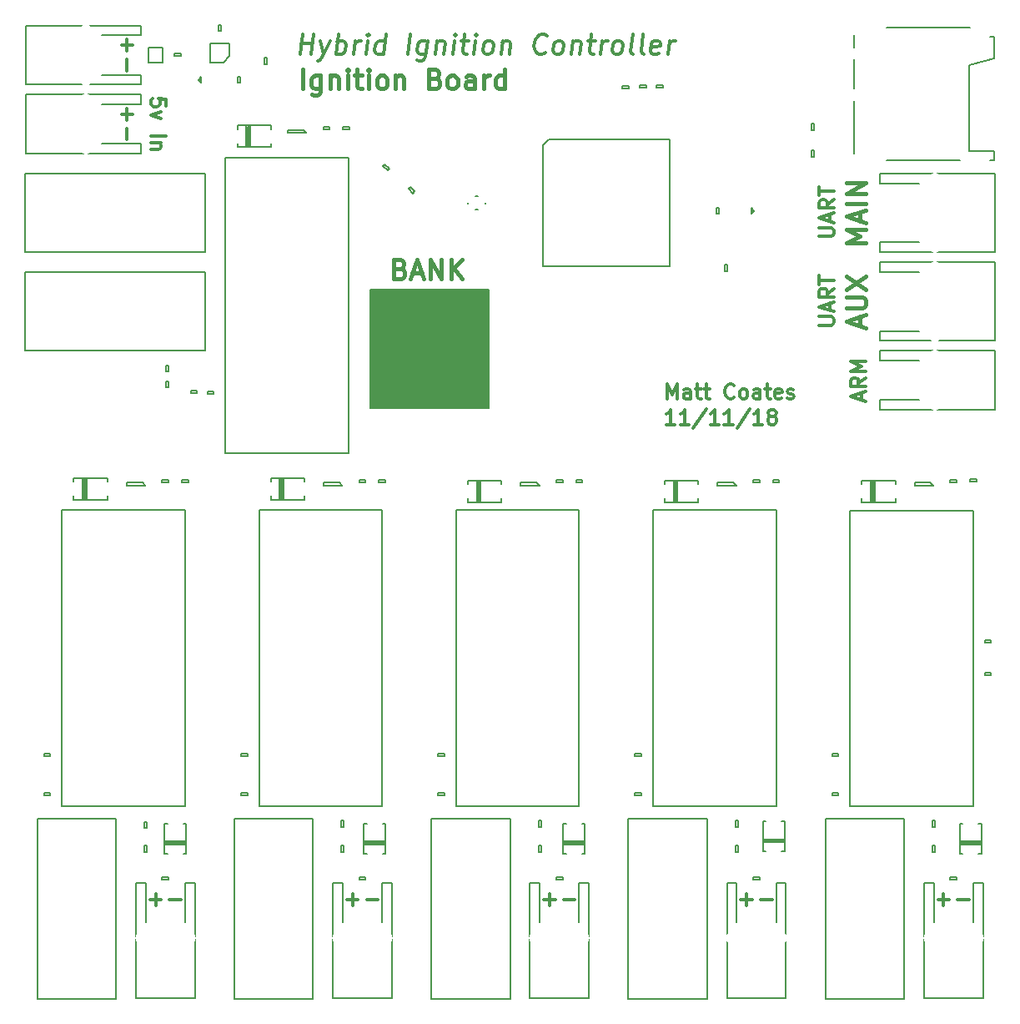
<source format=gbr>
G04 #@! TF.GenerationSoftware,KiCad,Pcbnew,5.0.1-33cea8e~68~ubuntu18.04.1*
G04 #@! TF.CreationDate,2018-11-12T15:12:41+00:00*
G04 #@! TF.ProjectId,ignition,69676E6974696F6E2E6B696361645F70,rev?*
G04 #@! TF.SameCoordinates,Original*
G04 #@! TF.FileFunction,Legend,Top*
G04 #@! TF.FilePolarity,Positive*
%FSLAX46Y46*%
G04 Gerber Fmt 4.6, Leading zero omitted, Abs format (unit mm)*
G04 Created by KiCad (PCBNEW 5.0.1-33cea8e~68~ubuntu18.04.1) date Mon 12 Nov 2018 15:12:41 GMT*
%MOMM*%
%LPD*%
G01*
G04 APERTURE LIST*
%ADD10C,0.150000*%
%ADD11C,0.400000*%
%ADD12C,0.300000*%
%ADD13C,1.200000*%
%ADD14C,1.600000*%
%ADD15C,2.500000*%
%ADD16C,3.048000*%
%ADD17R,1.800000X1.150000*%
%ADD18R,0.900000X0.750000*%
%ADD19R,0.750000X0.900000*%
%ADD20R,0.620000X0.620000*%
%ADD21R,0.910000X1.220000*%
%ADD22R,1.200000X1.200000*%
%ADD23R,0.950000X1.000000*%
%ADD24R,1.450000X0.450000*%
%ADD25R,1.500000X0.300000*%
%ADD26R,0.300000X1.500000*%
%ADD27C,3.000000*%
%ADD28C,0.787000*%
%ADD29C,1.000000*%
%ADD30R,0.600000X1.000000*%
%ADD31R,1.000000X0.950000*%
%ADD32C,0.950000*%
%ADD33C,0.100000*%
%ADD34R,1.100000X0.700000*%
%ADD35R,1.830000X1.140000*%
%ADD36R,2.800000X0.860000*%
%ADD37R,3.330000X0.700000*%
%ADD38R,0.930000X0.900000*%
%ADD39R,0.780000X1.050000*%
%ADD40C,6.300000*%
%ADD41C,0.600000*%
%ADD42R,0.950000X0.850000*%
G04 APERTURE END LIST*
D10*
G36*
X55800000Y-47800000D02*
X67800000Y-47800000D01*
X67800000Y-59800000D01*
X55800000Y-59800000D01*
X55800000Y-47800000D01*
G37*
X55800000Y-47800000D02*
X67800000Y-47800000D01*
X67800000Y-59800000D01*
X55800000Y-59800000D01*
X55800000Y-47800000D01*
D11*
X58838095Y-45657142D02*
X59123809Y-45752380D01*
X59219047Y-45847619D01*
X59314285Y-46038095D01*
X59314285Y-46323809D01*
X59219047Y-46514285D01*
X59123809Y-46609523D01*
X58933333Y-46704761D01*
X58171428Y-46704761D01*
X58171428Y-44704761D01*
X58838095Y-44704761D01*
X59028571Y-44800000D01*
X59123809Y-44895238D01*
X59219047Y-45085714D01*
X59219047Y-45276190D01*
X59123809Y-45466666D01*
X59028571Y-45561904D01*
X58838095Y-45657142D01*
X58171428Y-45657142D01*
X60076190Y-46133333D02*
X61028571Y-46133333D01*
X59885714Y-46704761D02*
X60552380Y-44704761D01*
X61219047Y-46704761D01*
X61885714Y-46704761D02*
X61885714Y-44704761D01*
X63028571Y-46704761D01*
X63028571Y-44704761D01*
X63980952Y-46704761D02*
X63980952Y-44704761D01*
X65123809Y-46704761D02*
X64266666Y-45561904D01*
X65123809Y-44704761D02*
X63980952Y-45847619D01*
D12*
X116571428Y-109692857D02*
X115428571Y-109692857D01*
X114571428Y-109692857D02*
X113428571Y-109692857D01*
X114000000Y-109121428D02*
X114000000Y-110264285D01*
X94571428Y-109692857D02*
X93428571Y-109692857D01*
X94000000Y-109121428D02*
X94000000Y-110264285D01*
X96571428Y-109692857D02*
X95428571Y-109692857D01*
X74571428Y-109692857D02*
X73428571Y-109692857D01*
X74000000Y-109121428D02*
X74000000Y-110264285D01*
X76571428Y-109692857D02*
X75428571Y-109692857D01*
X56571428Y-109692857D02*
X55428571Y-109692857D01*
X54571428Y-109692857D02*
X53428571Y-109692857D01*
X54000000Y-109121428D02*
X54000000Y-110264285D01*
X34571428Y-109692857D02*
X33428571Y-109692857D01*
X34000000Y-109121428D02*
X34000000Y-110264285D01*
X36571428Y-109692857D02*
X35428571Y-109692857D01*
X31107142Y-23571428D02*
X31107142Y-22428571D01*
X31678571Y-23000000D02*
X30535714Y-23000000D01*
X31107142Y-25571428D02*
X31107142Y-24428571D01*
X31107142Y-32571428D02*
X31107142Y-31428571D01*
X31107142Y-30571428D02*
X31107142Y-29428571D01*
X31678571Y-30000000D02*
X30535714Y-30000000D01*
X35021428Y-29178571D02*
X35021428Y-28464285D01*
X34307142Y-28392857D01*
X34378571Y-28464285D01*
X34450000Y-28607142D01*
X34450000Y-28964285D01*
X34378571Y-29107142D01*
X34307142Y-29178571D01*
X34164285Y-29250000D01*
X33807142Y-29250000D01*
X33664285Y-29178571D01*
X33592857Y-29107142D01*
X33521428Y-28964285D01*
X33521428Y-28607142D01*
X33592857Y-28464285D01*
X33664285Y-28392857D01*
X34521428Y-29750000D02*
X33521428Y-30107142D01*
X34521428Y-30464285D01*
X33521428Y-32178571D02*
X35021428Y-32178571D01*
X34521428Y-32892857D02*
X33521428Y-32892857D01*
X34378571Y-32892857D02*
X34450000Y-32964285D01*
X34521428Y-33107142D01*
X34521428Y-33321428D01*
X34450000Y-33464285D01*
X34307142Y-33535714D01*
X33521428Y-33535714D01*
X105650000Y-58964285D02*
X105650000Y-58250000D01*
X106078571Y-59107142D02*
X104578571Y-58607142D01*
X106078571Y-58107142D01*
X106078571Y-56750000D02*
X105364285Y-57250000D01*
X106078571Y-57607142D02*
X104578571Y-57607142D01*
X104578571Y-57035714D01*
X104650000Y-56892857D01*
X104721428Y-56821428D01*
X104864285Y-56750000D01*
X105078571Y-56750000D01*
X105221428Y-56821428D01*
X105292857Y-56892857D01*
X105364285Y-57035714D01*
X105364285Y-57607142D01*
X106078571Y-56107142D02*
X104578571Y-56107142D01*
X105650000Y-55607142D01*
X104578571Y-55107142D01*
X106078571Y-55107142D01*
D11*
X105533333Y-51476190D02*
X105533333Y-50523809D01*
X106104761Y-51666666D02*
X104104761Y-51000000D01*
X106104761Y-50333333D01*
X104104761Y-49666666D02*
X105723809Y-49666666D01*
X105914285Y-49571428D01*
X106009523Y-49476190D01*
X106104761Y-49285714D01*
X106104761Y-48904761D01*
X106009523Y-48714285D01*
X105914285Y-48619047D01*
X105723809Y-48523809D01*
X104104761Y-48523809D01*
X104104761Y-47761904D02*
X106104761Y-46428571D01*
X104104761Y-46428571D02*
X106104761Y-47761904D01*
D12*
X101378571Y-51392857D02*
X102592857Y-51392857D01*
X102735714Y-51321428D01*
X102807142Y-51250000D01*
X102878571Y-51107142D01*
X102878571Y-50821428D01*
X102807142Y-50678571D01*
X102735714Y-50607142D01*
X102592857Y-50535714D01*
X101378571Y-50535714D01*
X102450000Y-49892857D02*
X102450000Y-49178571D01*
X102878571Y-50035714D02*
X101378571Y-49535714D01*
X102878571Y-49035714D01*
X102878571Y-47678571D02*
X102164285Y-48178571D01*
X102878571Y-48535714D02*
X101378571Y-48535714D01*
X101378571Y-47964285D01*
X101450000Y-47821428D01*
X101521428Y-47750000D01*
X101664285Y-47678571D01*
X101878571Y-47678571D01*
X102021428Y-47750000D01*
X102092857Y-47821428D01*
X102164285Y-47964285D01*
X102164285Y-48535714D01*
X101378571Y-47250000D02*
X101378571Y-46392857D01*
X102878571Y-46821428D02*
X101378571Y-46821428D01*
D11*
X106104761Y-43047619D02*
X104104761Y-43047619D01*
X105533333Y-42380952D01*
X104104761Y-41714285D01*
X106104761Y-41714285D01*
X105533333Y-40857142D02*
X105533333Y-39904761D01*
X106104761Y-41047619D02*
X104104761Y-40380952D01*
X106104761Y-39714285D01*
X106104761Y-39047619D02*
X104104761Y-39047619D01*
X106104761Y-38095238D02*
X104104761Y-38095238D01*
X106104761Y-36952380D01*
X104104761Y-36952380D01*
D12*
X101378571Y-42392857D02*
X102592857Y-42392857D01*
X102735714Y-42321428D01*
X102807142Y-42250000D01*
X102878571Y-42107142D01*
X102878571Y-41821428D01*
X102807142Y-41678571D01*
X102735714Y-41607142D01*
X102592857Y-41535714D01*
X101378571Y-41535714D01*
X102450000Y-40892857D02*
X102450000Y-40178571D01*
X102878571Y-41035714D02*
X101378571Y-40535714D01*
X102878571Y-40035714D01*
X102878571Y-38678571D02*
X102164285Y-39178571D01*
X102878571Y-39535714D02*
X101378571Y-39535714D01*
X101378571Y-38964285D01*
X101450000Y-38821428D01*
X101521428Y-38750000D01*
X101664285Y-38678571D01*
X101878571Y-38678571D01*
X102021428Y-38750000D01*
X102092857Y-38821428D01*
X102164285Y-38964285D01*
X102164285Y-39535714D01*
X101378571Y-38250000D02*
X101378571Y-37392857D01*
X102878571Y-37821428D02*
X101378571Y-37821428D01*
X86737857Y-61478571D02*
X85880714Y-61478571D01*
X86309285Y-61478571D02*
X86309285Y-59978571D01*
X86166428Y-60192857D01*
X86023571Y-60335714D01*
X85880714Y-60407142D01*
X88166428Y-61478571D02*
X87309285Y-61478571D01*
X87737857Y-61478571D02*
X87737857Y-59978571D01*
X87595000Y-60192857D01*
X87452142Y-60335714D01*
X87309285Y-60407142D01*
X89880714Y-59907142D02*
X88595000Y-61835714D01*
X91166428Y-61478571D02*
X90309285Y-61478571D01*
X90737857Y-61478571D02*
X90737857Y-59978571D01*
X90595000Y-60192857D01*
X90452142Y-60335714D01*
X90309285Y-60407142D01*
X92595000Y-61478571D02*
X91737857Y-61478571D01*
X92166428Y-61478571D02*
X92166428Y-59978571D01*
X92023571Y-60192857D01*
X91880714Y-60335714D01*
X91737857Y-60407142D01*
X94309285Y-59907142D02*
X93023571Y-61835714D01*
X95595000Y-61478571D02*
X94737857Y-61478571D01*
X95166428Y-61478571D02*
X95166428Y-59978571D01*
X95023571Y-60192857D01*
X94880714Y-60335714D01*
X94737857Y-60407142D01*
X96452142Y-60621428D02*
X96309285Y-60550000D01*
X96237857Y-60478571D01*
X96166428Y-60335714D01*
X96166428Y-60264285D01*
X96237857Y-60121428D01*
X96309285Y-60050000D01*
X96452142Y-59978571D01*
X96737857Y-59978571D01*
X96880714Y-60050000D01*
X96952142Y-60121428D01*
X97023571Y-60264285D01*
X97023571Y-60335714D01*
X96952142Y-60478571D01*
X96880714Y-60550000D01*
X96737857Y-60621428D01*
X96452142Y-60621428D01*
X96309285Y-60692857D01*
X96237857Y-60764285D01*
X96166428Y-60907142D01*
X96166428Y-61192857D01*
X96237857Y-61335714D01*
X96309285Y-61407142D01*
X96452142Y-61478571D01*
X96737857Y-61478571D01*
X96880714Y-61407142D01*
X96952142Y-61335714D01*
X97023571Y-61192857D01*
X97023571Y-60907142D01*
X96952142Y-60764285D01*
X96880714Y-60692857D01*
X96737857Y-60621428D01*
X85952142Y-58878571D02*
X85952142Y-57378571D01*
X86452142Y-58450000D01*
X86952142Y-57378571D01*
X86952142Y-58878571D01*
X88309285Y-58878571D02*
X88309285Y-58092857D01*
X88237857Y-57950000D01*
X88095000Y-57878571D01*
X87809285Y-57878571D01*
X87666428Y-57950000D01*
X88309285Y-58807142D02*
X88166428Y-58878571D01*
X87809285Y-58878571D01*
X87666428Y-58807142D01*
X87595000Y-58664285D01*
X87595000Y-58521428D01*
X87666428Y-58378571D01*
X87809285Y-58307142D01*
X88166428Y-58307142D01*
X88309285Y-58235714D01*
X88809285Y-57878571D02*
X89380714Y-57878571D01*
X89023571Y-57378571D02*
X89023571Y-58664285D01*
X89095000Y-58807142D01*
X89237857Y-58878571D01*
X89380714Y-58878571D01*
X89666428Y-57878571D02*
X90237857Y-57878571D01*
X89880714Y-57378571D02*
X89880714Y-58664285D01*
X89952142Y-58807142D01*
X90095000Y-58878571D01*
X90237857Y-58878571D01*
X92737857Y-58735714D02*
X92666428Y-58807142D01*
X92452142Y-58878571D01*
X92309285Y-58878571D01*
X92095000Y-58807142D01*
X91952142Y-58664285D01*
X91880714Y-58521428D01*
X91809285Y-58235714D01*
X91809285Y-58021428D01*
X91880714Y-57735714D01*
X91952142Y-57592857D01*
X92095000Y-57450000D01*
X92309285Y-57378571D01*
X92452142Y-57378571D01*
X92666428Y-57450000D01*
X92737857Y-57521428D01*
X93595000Y-58878571D02*
X93452142Y-58807142D01*
X93380714Y-58735714D01*
X93309285Y-58592857D01*
X93309285Y-58164285D01*
X93380714Y-58021428D01*
X93452142Y-57950000D01*
X93595000Y-57878571D01*
X93809285Y-57878571D01*
X93952142Y-57950000D01*
X94023571Y-58021428D01*
X94095000Y-58164285D01*
X94095000Y-58592857D01*
X94023571Y-58735714D01*
X93952142Y-58807142D01*
X93809285Y-58878571D01*
X93595000Y-58878571D01*
X95380714Y-58878571D02*
X95380714Y-58092857D01*
X95309285Y-57950000D01*
X95166428Y-57878571D01*
X94880714Y-57878571D01*
X94737857Y-57950000D01*
X95380714Y-58807142D02*
X95237857Y-58878571D01*
X94880714Y-58878571D01*
X94737857Y-58807142D01*
X94666428Y-58664285D01*
X94666428Y-58521428D01*
X94737857Y-58378571D01*
X94880714Y-58307142D01*
X95237857Y-58307142D01*
X95380714Y-58235714D01*
X95880714Y-57878571D02*
X96452142Y-57878571D01*
X96095000Y-57378571D02*
X96095000Y-58664285D01*
X96166428Y-58807142D01*
X96309285Y-58878571D01*
X96452142Y-58878571D01*
X97523571Y-58807142D02*
X97380714Y-58878571D01*
X97095000Y-58878571D01*
X96952142Y-58807142D01*
X96880714Y-58664285D01*
X96880714Y-58092857D01*
X96952142Y-57950000D01*
X97095000Y-57878571D01*
X97380714Y-57878571D01*
X97523571Y-57950000D01*
X97595000Y-58092857D01*
X97595000Y-58235714D01*
X96880714Y-58378571D01*
X98166428Y-58807142D02*
X98309285Y-58878571D01*
X98595000Y-58878571D01*
X98737857Y-58807142D01*
X98809285Y-58664285D01*
X98809285Y-58592857D01*
X98737857Y-58450000D01*
X98595000Y-58378571D01*
X98380714Y-58378571D01*
X98237857Y-58307142D01*
X98166428Y-58164285D01*
X98166428Y-58092857D01*
X98237857Y-57950000D01*
X98380714Y-57878571D01*
X98595000Y-57878571D01*
X98737857Y-57950000D01*
X48683095Y-23904761D02*
X48933095Y-21904761D01*
X48814047Y-22857142D02*
X49956904Y-22857142D01*
X49825952Y-23904761D02*
X50075952Y-21904761D01*
X50754523Y-22571428D02*
X51064047Y-23904761D01*
X51706904Y-22571428D02*
X51064047Y-23904761D01*
X50814047Y-24380952D01*
X50706904Y-24476190D01*
X50504523Y-24571428D01*
X52302142Y-23904761D02*
X52552142Y-21904761D01*
X52456904Y-22666666D02*
X52659285Y-22571428D01*
X53040238Y-22571428D01*
X53218809Y-22666666D01*
X53302142Y-22761904D01*
X53373571Y-22952380D01*
X53302142Y-23523809D01*
X53183095Y-23714285D01*
X53075952Y-23809523D01*
X52873571Y-23904761D01*
X52492619Y-23904761D01*
X52314047Y-23809523D01*
X54111666Y-23904761D02*
X54278333Y-22571428D01*
X54230714Y-22952380D02*
X54349761Y-22761904D01*
X54456904Y-22666666D01*
X54659285Y-22571428D01*
X54849761Y-22571428D01*
X55349761Y-23904761D02*
X55516428Y-22571428D01*
X55599761Y-21904761D02*
X55492619Y-22000000D01*
X55575952Y-22095238D01*
X55683095Y-22000000D01*
X55599761Y-21904761D01*
X55575952Y-22095238D01*
X57159285Y-23904761D02*
X57409285Y-21904761D01*
X57171190Y-23809523D02*
X56968809Y-23904761D01*
X56587857Y-23904761D01*
X56409285Y-23809523D01*
X56325952Y-23714285D01*
X56254523Y-23523809D01*
X56325952Y-22952380D01*
X56445000Y-22761904D01*
X56552142Y-22666666D01*
X56754523Y-22571428D01*
X57135476Y-22571428D01*
X57314047Y-22666666D01*
X59635476Y-23904761D02*
X59885476Y-21904761D01*
X61611666Y-22571428D02*
X61409285Y-24190476D01*
X61290238Y-24380952D01*
X61183095Y-24476190D01*
X60980714Y-24571428D01*
X60695000Y-24571428D01*
X60516428Y-24476190D01*
X61456904Y-23809523D02*
X61254523Y-23904761D01*
X60873571Y-23904761D01*
X60695000Y-23809523D01*
X60611666Y-23714285D01*
X60540238Y-23523809D01*
X60611666Y-22952380D01*
X60730714Y-22761904D01*
X60837857Y-22666666D01*
X61040238Y-22571428D01*
X61421190Y-22571428D01*
X61599761Y-22666666D01*
X62564047Y-22571428D02*
X62397380Y-23904761D01*
X62540238Y-22761904D02*
X62647380Y-22666666D01*
X62849761Y-22571428D01*
X63135476Y-22571428D01*
X63314047Y-22666666D01*
X63385476Y-22857142D01*
X63254523Y-23904761D01*
X64206904Y-23904761D02*
X64373571Y-22571428D01*
X64456904Y-21904761D02*
X64349761Y-22000000D01*
X64433095Y-22095238D01*
X64540238Y-22000000D01*
X64456904Y-21904761D01*
X64433095Y-22095238D01*
X65040238Y-22571428D02*
X65802142Y-22571428D01*
X65409285Y-21904761D02*
X65195000Y-23619047D01*
X65266428Y-23809523D01*
X65445000Y-23904761D01*
X65635476Y-23904761D01*
X66302142Y-23904761D02*
X66468809Y-22571428D01*
X66552142Y-21904761D02*
X66445000Y-22000000D01*
X66528333Y-22095238D01*
X66635476Y-22000000D01*
X66552142Y-21904761D01*
X66528333Y-22095238D01*
X67540238Y-23904761D02*
X67361666Y-23809523D01*
X67278333Y-23714285D01*
X67206904Y-23523809D01*
X67278333Y-22952380D01*
X67397380Y-22761904D01*
X67504523Y-22666666D01*
X67706904Y-22571428D01*
X67992619Y-22571428D01*
X68171190Y-22666666D01*
X68254523Y-22761904D01*
X68325952Y-22952380D01*
X68254523Y-23523809D01*
X68135476Y-23714285D01*
X68028333Y-23809523D01*
X67825952Y-23904761D01*
X67540238Y-23904761D01*
X69230714Y-22571428D02*
X69064047Y-23904761D01*
X69206904Y-22761904D02*
X69314047Y-22666666D01*
X69516428Y-22571428D01*
X69802142Y-22571428D01*
X69980714Y-22666666D01*
X70052142Y-22857142D01*
X69921190Y-23904761D01*
X73564047Y-23714285D02*
X73456904Y-23809523D01*
X73159285Y-23904761D01*
X72968809Y-23904761D01*
X72695000Y-23809523D01*
X72528333Y-23619047D01*
X72456904Y-23428571D01*
X72409285Y-23047619D01*
X72445000Y-22761904D01*
X72587857Y-22380952D01*
X72706904Y-22190476D01*
X72921190Y-22000000D01*
X73218809Y-21904761D01*
X73409285Y-21904761D01*
X73683095Y-22000000D01*
X73766428Y-22095238D01*
X74683095Y-23904761D02*
X74504523Y-23809523D01*
X74421190Y-23714285D01*
X74349761Y-23523809D01*
X74421190Y-22952380D01*
X74540238Y-22761904D01*
X74647380Y-22666666D01*
X74849761Y-22571428D01*
X75135476Y-22571428D01*
X75314047Y-22666666D01*
X75397380Y-22761904D01*
X75468809Y-22952380D01*
X75397380Y-23523809D01*
X75278333Y-23714285D01*
X75171190Y-23809523D01*
X74968809Y-23904761D01*
X74683095Y-23904761D01*
X76373571Y-22571428D02*
X76206904Y-23904761D01*
X76349761Y-22761904D02*
X76456904Y-22666666D01*
X76659285Y-22571428D01*
X76945000Y-22571428D01*
X77123571Y-22666666D01*
X77195000Y-22857142D01*
X77064047Y-23904761D01*
X77897380Y-22571428D02*
X78659285Y-22571428D01*
X78266428Y-21904761D02*
X78052142Y-23619047D01*
X78123571Y-23809523D01*
X78302142Y-23904761D01*
X78492619Y-23904761D01*
X79159285Y-23904761D02*
X79325952Y-22571428D01*
X79278333Y-22952380D02*
X79397380Y-22761904D01*
X79504523Y-22666666D01*
X79706904Y-22571428D01*
X79897380Y-22571428D01*
X80683095Y-23904761D02*
X80504523Y-23809523D01*
X80421190Y-23714285D01*
X80349761Y-23523809D01*
X80421190Y-22952380D01*
X80540238Y-22761904D01*
X80647380Y-22666666D01*
X80849761Y-22571428D01*
X81135476Y-22571428D01*
X81314047Y-22666666D01*
X81397380Y-22761904D01*
X81468809Y-22952380D01*
X81397380Y-23523809D01*
X81278333Y-23714285D01*
X81171190Y-23809523D01*
X80968809Y-23904761D01*
X80683095Y-23904761D01*
X82492619Y-23904761D02*
X82314047Y-23809523D01*
X82242619Y-23619047D01*
X82456904Y-21904761D01*
X83540238Y-23904761D02*
X83361666Y-23809523D01*
X83290238Y-23619047D01*
X83504523Y-21904761D01*
X85075952Y-23809523D02*
X84873571Y-23904761D01*
X84492619Y-23904761D01*
X84314047Y-23809523D01*
X84242619Y-23619047D01*
X84337857Y-22857142D01*
X84456904Y-22666666D01*
X84659285Y-22571428D01*
X85040238Y-22571428D01*
X85218809Y-22666666D01*
X85290238Y-22857142D01*
X85266428Y-23047619D01*
X84290238Y-23238095D01*
X86016428Y-23904761D02*
X86183095Y-22571428D01*
X86135476Y-22952380D02*
X86254523Y-22761904D01*
X86361666Y-22666666D01*
X86564047Y-22571428D01*
X86754523Y-22571428D01*
D11*
X48936190Y-27404761D02*
X48936190Y-25404761D01*
X50745714Y-26071428D02*
X50745714Y-27690476D01*
X50650476Y-27880952D01*
X50555238Y-27976190D01*
X50364761Y-28071428D01*
X50079047Y-28071428D01*
X49888571Y-27976190D01*
X50745714Y-27309523D02*
X50555238Y-27404761D01*
X50174285Y-27404761D01*
X49983809Y-27309523D01*
X49888571Y-27214285D01*
X49793333Y-27023809D01*
X49793333Y-26452380D01*
X49888571Y-26261904D01*
X49983809Y-26166666D01*
X50174285Y-26071428D01*
X50555238Y-26071428D01*
X50745714Y-26166666D01*
X51698095Y-26071428D02*
X51698095Y-27404761D01*
X51698095Y-26261904D02*
X51793333Y-26166666D01*
X51983809Y-26071428D01*
X52269523Y-26071428D01*
X52460000Y-26166666D01*
X52555238Y-26357142D01*
X52555238Y-27404761D01*
X53507619Y-27404761D02*
X53507619Y-26071428D01*
X53507619Y-25404761D02*
X53412380Y-25500000D01*
X53507619Y-25595238D01*
X53602857Y-25500000D01*
X53507619Y-25404761D01*
X53507619Y-25595238D01*
X54174285Y-26071428D02*
X54936190Y-26071428D01*
X54460000Y-25404761D02*
X54460000Y-27119047D01*
X54555238Y-27309523D01*
X54745714Y-27404761D01*
X54936190Y-27404761D01*
X55602857Y-27404761D02*
X55602857Y-26071428D01*
X55602857Y-25404761D02*
X55507619Y-25500000D01*
X55602857Y-25595238D01*
X55698095Y-25500000D01*
X55602857Y-25404761D01*
X55602857Y-25595238D01*
X56840952Y-27404761D02*
X56650476Y-27309523D01*
X56555238Y-27214285D01*
X56460000Y-27023809D01*
X56460000Y-26452380D01*
X56555238Y-26261904D01*
X56650476Y-26166666D01*
X56840952Y-26071428D01*
X57126666Y-26071428D01*
X57317142Y-26166666D01*
X57412380Y-26261904D01*
X57507619Y-26452380D01*
X57507619Y-27023809D01*
X57412380Y-27214285D01*
X57317142Y-27309523D01*
X57126666Y-27404761D01*
X56840952Y-27404761D01*
X58364761Y-26071428D02*
X58364761Y-27404761D01*
X58364761Y-26261904D02*
X58460000Y-26166666D01*
X58650476Y-26071428D01*
X58936190Y-26071428D01*
X59126666Y-26166666D01*
X59221904Y-26357142D01*
X59221904Y-27404761D01*
X62364761Y-26357142D02*
X62650476Y-26452380D01*
X62745714Y-26547619D01*
X62840952Y-26738095D01*
X62840952Y-27023809D01*
X62745714Y-27214285D01*
X62650476Y-27309523D01*
X62460000Y-27404761D01*
X61698095Y-27404761D01*
X61698095Y-25404761D01*
X62364761Y-25404761D01*
X62555238Y-25500000D01*
X62650476Y-25595238D01*
X62745714Y-25785714D01*
X62745714Y-25976190D01*
X62650476Y-26166666D01*
X62555238Y-26261904D01*
X62364761Y-26357142D01*
X61698095Y-26357142D01*
X63983809Y-27404761D02*
X63793333Y-27309523D01*
X63698095Y-27214285D01*
X63602857Y-27023809D01*
X63602857Y-26452380D01*
X63698095Y-26261904D01*
X63793333Y-26166666D01*
X63983809Y-26071428D01*
X64269523Y-26071428D01*
X64460000Y-26166666D01*
X64555238Y-26261904D01*
X64650476Y-26452380D01*
X64650476Y-27023809D01*
X64555238Y-27214285D01*
X64460000Y-27309523D01*
X64269523Y-27404761D01*
X63983809Y-27404761D01*
X66364761Y-27404761D02*
X66364761Y-26357142D01*
X66269523Y-26166666D01*
X66079047Y-26071428D01*
X65698095Y-26071428D01*
X65507619Y-26166666D01*
X66364761Y-27309523D02*
X66174285Y-27404761D01*
X65698095Y-27404761D01*
X65507619Y-27309523D01*
X65412380Y-27119047D01*
X65412380Y-26928571D01*
X65507619Y-26738095D01*
X65698095Y-26642857D01*
X66174285Y-26642857D01*
X66364761Y-26547619D01*
X67317142Y-27404761D02*
X67317142Y-26071428D01*
X67317142Y-26452380D02*
X67412380Y-26261904D01*
X67507619Y-26166666D01*
X67698095Y-26071428D01*
X67888571Y-26071428D01*
X69412380Y-27404761D02*
X69412380Y-25404761D01*
X69412380Y-27309523D02*
X69221904Y-27404761D01*
X68840952Y-27404761D01*
X68650476Y-27309523D01*
X68555238Y-27214285D01*
X68460000Y-27023809D01*
X68460000Y-26452380D01*
X68555238Y-26261904D01*
X68650476Y-26166666D01*
X68840952Y-26071428D01*
X69221904Y-26071428D01*
X69412380Y-26166666D01*
D10*
G04 #@! TO.C,J9*
X118000000Y-119700000D02*
X112000000Y-119700000D01*
X112000000Y-119700000D02*
X112000000Y-108000000D01*
X112000000Y-108000000D02*
X113000000Y-108000000D01*
X113000000Y-108000000D02*
X113000000Y-112000000D01*
X118000000Y-119700000D02*
X118000000Y-108000000D01*
X118000000Y-108000000D02*
X117000000Y-108000000D01*
X117000000Y-108000000D02*
X117000000Y-112000000D01*
G04 #@! TO.C,J17*
X102000000Y-119750000D02*
X110000000Y-119750000D01*
X102000000Y-101500000D02*
X102000000Y-119750000D01*
X110000000Y-101500000D02*
X102000000Y-101500000D01*
X110000000Y-119750000D02*
X110000000Y-101500000D01*
G04 #@! TO.C,C2*
X34725000Y-24725000D02*
X33275000Y-24725000D01*
X34725000Y-23275000D02*
X34725000Y-24725000D01*
X33275000Y-23275000D02*
X34725000Y-23275000D01*
X33275000Y-24725000D02*
X33275000Y-23275000D01*
G04 #@! TO.C,C3*
X35925000Y-24125000D02*
X35925000Y-23875000D01*
X35925000Y-23875000D02*
X36575000Y-23875000D01*
X36575000Y-23875000D02*
X36575000Y-24125000D01*
X36575000Y-24125000D02*
X35925000Y-24125000D01*
G04 #@! TO.C,C4*
X40625000Y-20925000D02*
X40625000Y-21575000D01*
X40375000Y-20925000D02*
X40625000Y-20925000D01*
X40375000Y-21575000D02*
X40375000Y-20925000D01*
X40625000Y-21575000D02*
X40375000Y-21575000D01*
G04 #@! TO.C,C5*
X45075000Y-24925000D02*
X45075000Y-24275000D01*
X45325000Y-24925000D02*
X45075000Y-24925000D01*
X45325000Y-24275000D02*
X45325000Y-24925000D01*
X45075000Y-24275000D02*
X45325000Y-24275000D01*
G04 #@! TO.C,D1*
X49100000Y-66900000D02*
X49100000Y-67300000D01*
X45700000Y-66900000D02*
X49100000Y-66900000D01*
X45700000Y-67300000D02*
X45700000Y-66900000D01*
X45700000Y-69100000D02*
X45700000Y-68700000D01*
X49100000Y-69100000D02*
X45700000Y-69100000D01*
X49100000Y-68700000D02*
X49100000Y-69100000D01*
X47000000Y-66900000D02*
X46600000Y-66900000D01*
X47000000Y-69100000D02*
X47000000Y-66900000D01*
X46600000Y-69100000D02*
X47000000Y-69100000D01*
X46600000Y-66900000D02*
X46600000Y-69100000D01*
D11*
X46800000Y-67100000D02*
X46800000Y-68900000D01*
G04 #@! TO.C,D2*
X86800000Y-67350000D02*
X86800000Y-69150000D01*
D10*
X86600000Y-67150000D02*
X86600000Y-69350000D01*
X86600000Y-69350000D02*
X87000000Y-69350000D01*
X87000000Y-69350000D02*
X87000000Y-67150000D01*
X87000000Y-67150000D02*
X86600000Y-67150000D01*
X89100000Y-68950000D02*
X89100000Y-69350000D01*
X89100000Y-69350000D02*
X85700000Y-69350000D01*
X85700000Y-69350000D02*
X85700000Y-68950000D01*
X85700000Y-67550000D02*
X85700000Y-67150000D01*
X85700000Y-67150000D02*
X89100000Y-67150000D01*
X89100000Y-67150000D02*
X89100000Y-67550000D01*
D11*
G04 #@! TO.C,D3*
X43400000Y-31350000D02*
X43400000Y-33150000D01*
D10*
X43200000Y-31150000D02*
X43200000Y-33350000D01*
X43200000Y-33350000D02*
X43600000Y-33350000D01*
X43600000Y-33350000D02*
X43600000Y-31150000D01*
X43600000Y-31150000D02*
X43200000Y-31150000D01*
X45700000Y-32950000D02*
X45700000Y-33350000D01*
X45700000Y-33350000D02*
X42300000Y-33350000D01*
X42300000Y-33350000D02*
X42300000Y-32950000D01*
X42300000Y-31550000D02*
X42300000Y-31150000D01*
X42300000Y-31150000D02*
X45700000Y-31150000D01*
X45700000Y-31150000D02*
X45700000Y-31550000D01*
G04 #@! TO.C,D4*
X57350000Y-102000000D02*
X57350000Y-103500000D01*
X57050000Y-102000000D02*
X57350000Y-102000000D01*
X55150000Y-102000000D02*
X55450000Y-102000000D01*
X55150000Y-105000000D02*
X55150000Y-102000000D01*
X55450000Y-105000000D02*
X55150000Y-105000000D01*
X57350000Y-105000000D02*
X57050000Y-105000000D01*
X57350000Y-103500000D02*
X57350000Y-105000000D01*
X57350000Y-104100000D02*
X55150000Y-104100000D01*
X55150000Y-104000000D02*
X57350000Y-104000000D01*
X57350000Y-103900000D02*
X55150000Y-103900000D01*
X55150000Y-103800000D02*
X57350000Y-103800000D01*
G04 #@! TO.C,D5*
X97850000Y-101750000D02*
X97850000Y-103250000D01*
X97550000Y-101750000D02*
X97850000Y-101750000D01*
X95650000Y-101750000D02*
X95950000Y-101750000D01*
X95650000Y-104750000D02*
X95650000Y-101750000D01*
X95950000Y-104750000D02*
X95650000Y-104750000D01*
X97850000Y-104750000D02*
X97550000Y-104750000D01*
X97850000Y-103250000D02*
X97850000Y-104750000D01*
X97850000Y-103850000D02*
X95650000Y-103850000D01*
X95650000Y-103750000D02*
X97850000Y-103750000D01*
X97850000Y-103650000D02*
X95650000Y-103650000D01*
X95650000Y-103550000D02*
X97850000Y-103550000D01*
D11*
G04 #@! TO.C,D6*
X26800000Y-67100000D02*
X26800000Y-68900000D01*
D10*
X26600000Y-66900000D02*
X26600000Y-69100000D01*
X26600000Y-69100000D02*
X27000000Y-69100000D01*
X27000000Y-69100000D02*
X27000000Y-66900000D01*
X27000000Y-66900000D02*
X26600000Y-66900000D01*
X29100000Y-68700000D02*
X29100000Y-69100000D01*
X29100000Y-69100000D02*
X25700000Y-69100000D01*
X25700000Y-69100000D02*
X25700000Y-68700000D01*
X25700000Y-67300000D02*
X25700000Y-66900000D01*
X25700000Y-66900000D02*
X29100000Y-66900000D01*
X29100000Y-66900000D02*
X29100000Y-67300000D01*
G04 #@! TO.C,D7*
X69100000Y-67150000D02*
X69100000Y-67550000D01*
X65700000Y-67150000D02*
X69100000Y-67150000D01*
X65700000Y-67550000D02*
X65700000Y-67150000D01*
X65700000Y-69350000D02*
X65700000Y-68950000D01*
X69100000Y-69350000D02*
X65700000Y-69350000D01*
X69100000Y-68950000D02*
X69100000Y-69350000D01*
X67000000Y-67150000D02*
X66600000Y-67150000D01*
X67000000Y-69350000D02*
X67000000Y-67150000D01*
X66600000Y-69350000D02*
X67000000Y-69350000D01*
X66600000Y-67150000D02*
X66600000Y-69350000D01*
D11*
X66800000Y-67350000D02*
X66800000Y-69150000D01*
D10*
G04 #@! TO.C,D8*
X109100000Y-67150000D02*
X109100000Y-67550000D01*
X105700000Y-67150000D02*
X109100000Y-67150000D01*
X105700000Y-67550000D02*
X105700000Y-67150000D01*
X105700000Y-69350000D02*
X105700000Y-68950000D01*
X109100000Y-69350000D02*
X105700000Y-69350000D01*
X109100000Y-68950000D02*
X109100000Y-69350000D01*
X107000000Y-67150000D02*
X106600000Y-67150000D01*
X107000000Y-69350000D02*
X107000000Y-67150000D01*
X106600000Y-69350000D02*
X107000000Y-69350000D01*
X106600000Y-67150000D02*
X106600000Y-69350000D01*
D11*
X106800000Y-67350000D02*
X106800000Y-69150000D01*
D10*
G04 #@! TO.C,D9*
X38375000Y-26500000D02*
X38625000Y-26175000D01*
X38375000Y-26500000D02*
X38625000Y-26825000D01*
X38625000Y-26175000D02*
X38625000Y-26825000D01*
G04 #@! TO.C,D10*
X94475000Y-40125000D02*
X94475000Y-39475000D01*
X94725000Y-39800000D02*
X94475000Y-39475000D01*
X94725000Y-39800000D02*
X94475000Y-40125000D01*
G04 #@! TO.C,D11*
X34900000Y-103800000D02*
X37100000Y-103800000D01*
X37100000Y-103900000D02*
X34900000Y-103900000D01*
X34900000Y-104000000D02*
X37100000Y-104000000D01*
X37100000Y-104100000D02*
X34900000Y-104100000D01*
X37100000Y-103500000D02*
X37100000Y-105000000D01*
X37100000Y-105000000D02*
X36800000Y-105000000D01*
X35200000Y-105000000D02*
X34900000Y-105000000D01*
X34900000Y-105000000D02*
X34900000Y-102000000D01*
X34900000Y-102000000D02*
X35200000Y-102000000D01*
X36800000Y-102000000D02*
X37100000Y-102000000D01*
X37100000Y-102000000D02*
X37100000Y-103500000D01*
G04 #@! TO.C,D12*
X75400000Y-103800000D02*
X77600000Y-103800000D01*
X77600000Y-103900000D02*
X75400000Y-103900000D01*
X75400000Y-104000000D02*
X77600000Y-104000000D01*
X77600000Y-104100000D02*
X75400000Y-104100000D01*
X77600000Y-103500000D02*
X77600000Y-105000000D01*
X77600000Y-105000000D02*
X77300000Y-105000000D01*
X75700000Y-105000000D02*
X75400000Y-105000000D01*
X75400000Y-105000000D02*
X75400000Y-102000000D01*
X75400000Y-102000000D02*
X75700000Y-102000000D01*
X77300000Y-102000000D02*
X77600000Y-102000000D01*
X77600000Y-102000000D02*
X77600000Y-103500000D01*
G04 #@! TO.C,D13*
X115650000Y-103800000D02*
X117850000Y-103800000D01*
X117850000Y-103900000D02*
X115650000Y-103900000D01*
X115650000Y-104000000D02*
X117850000Y-104000000D01*
X117850000Y-104100000D02*
X115650000Y-104100000D01*
X117850000Y-103500000D02*
X117850000Y-105000000D01*
X117850000Y-105000000D02*
X117550000Y-105000000D01*
X115950000Y-105000000D02*
X115650000Y-105000000D01*
X115650000Y-105000000D02*
X115650000Y-102000000D01*
X115650000Y-102000000D02*
X115950000Y-102000000D01*
X117550000Y-102000000D02*
X117850000Y-102000000D01*
X117850000Y-102000000D02*
X117850000Y-103500000D01*
G04 #@! TO.C,IC7*
X40875000Y-24725000D02*
X39525000Y-24725000D01*
X39525000Y-24725000D02*
X39525000Y-22775000D01*
X39525000Y-22775000D02*
X41475000Y-22775000D01*
X41475000Y-22775000D02*
X41475000Y-24125000D01*
X41475000Y-24125000D02*
X40875000Y-24725000D01*
G04 #@! TO.C,IC8*
X73900000Y-32550000D02*
X86200000Y-32550000D01*
X86200000Y-32550000D02*
X86200000Y-45450000D01*
X86200000Y-45450000D02*
X73300000Y-45450000D01*
X73300000Y-45450000D02*
X73300000Y-33150000D01*
X73300000Y-33150000D02*
X73900000Y-32550000D01*
G04 #@! TO.C,J1*
X20750000Y-54000000D02*
X39000000Y-54000000D01*
X39000000Y-54000000D02*
X39000000Y-46000000D01*
X39000000Y-46000000D02*
X20750000Y-46000000D01*
X20750000Y-46000000D02*
X20750000Y-54000000D01*
G04 #@! TO.C,J2*
X37000000Y-108000000D02*
X37000000Y-112000000D01*
X38000000Y-108000000D02*
X37000000Y-108000000D01*
X38000000Y-119700000D02*
X38000000Y-108000000D01*
X33000000Y-108000000D02*
X33000000Y-112000000D01*
X32000000Y-108000000D02*
X33000000Y-108000000D01*
X32000000Y-119700000D02*
X32000000Y-108000000D01*
X38000000Y-119700000D02*
X32000000Y-119700000D01*
G04 #@! TO.C,J3*
X20750000Y-36000000D02*
X20750000Y-44000000D01*
X39000000Y-36000000D02*
X20750000Y-36000000D01*
X39000000Y-44000000D02*
X39000000Y-36000000D01*
X20750000Y-44000000D02*
X39000000Y-44000000D01*
G04 #@! TO.C,J4*
X58000000Y-119700000D02*
X52000000Y-119700000D01*
X52000000Y-119700000D02*
X52000000Y-108000000D01*
X52000000Y-108000000D02*
X53000000Y-108000000D01*
X53000000Y-108000000D02*
X53000000Y-112000000D01*
X58000000Y-119700000D02*
X58000000Y-108000000D01*
X58000000Y-108000000D02*
X57000000Y-108000000D01*
X57000000Y-108000000D02*
X57000000Y-112000000D01*
G04 #@! TO.C,J5*
X32500000Y-26000000D02*
X28500000Y-26000000D01*
X32500000Y-27000000D02*
X32500000Y-26000000D01*
X20800000Y-27000000D02*
X32500000Y-27000000D01*
X32500000Y-22000000D02*
X28500000Y-22000000D01*
X32500000Y-21000000D02*
X32500000Y-22000000D01*
X20800000Y-21000000D02*
X32500000Y-21000000D01*
X20800000Y-27000000D02*
X20800000Y-21000000D01*
G04 #@! TO.C,J6*
X32500000Y-33000000D02*
X28500000Y-33000000D01*
X32500000Y-34000000D02*
X32500000Y-33000000D01*
X20800000Y-34000000D02*
X32500000Y-34000000D01*
X32500000Y-29000000D02*
X28500000Y-29000000D01*
X32500000Y-28000000D02*
X32500000Y-29000000D01*
X20800000Y-28000000D02*
X32500000Y-28000000D01*
X20800000Y-34000000D02*
X20800000Y-28000000D01*
G04 #@! TO.C,J7*
X78000000Y-119700000D02*
X72000000Y-119700000D01*
X72000000Y-119700000D02*
X72000000Y-108000000D01*
X72000000Y-108000000D02*
X73000000Y-108000000D01*
X73000000Y-108000000D02*
X73000000Y-112000000D01*
X78000000Y-119700000D02*
X78000000Y-108000000D01*
X78000000Y-108000000D02*
X77000000Y-108000000D01*
X77000000Y-108000000D02*
X77000000Y-112000000D01*
G04 #@! TO.C,J8*
X98000000Y-119700000D02*
X92000000Y-119700000D01*
X92000000Y-119700000D02*
X92000000Y-108000000D01*
X92000000Y-108000000D02*
X93000000Y-108000000D01*
X93000000Y-108000000D02*
X93000000Y-112000000D01*
X98000000Y-119700000D02*
X98000000Y-108000000D01*
X98000000Y-108000000D02*
X97000000Y-108000000D01*
X97000000Y-108000000D02*
X97000000Y-112000000D01*
G04 #@! TO.C,J10*
X50000000Y-119750000D02*
X50000000Y-101500000D01*
X50000000Y-101500000D02*
X42000000Y-101500000D01*
X42000000Y-101500000D02*
X42000000Y-119750000D01*
X42000000Y-119750000D02*
X50000000Y-119750000D01*
G04 #@! TO.C,J11*
X90000000Y-119750000D02*
X90000000Y-101500000D01*
X90000000Y-101500000D02*
X82000000Y-101500000D01*
X82000000Y-101500000D02*
X82000000Y-119750000D01*
X82000000Y-119750000D02*
X90000000Y-119750000D01*
G04 #@! TO.C,J12*
X107500000Y-55000000D02*
X111500000Y-55000000D01*
X107500000Y-54000000D02*
X107500000Y-55000000D01*
X119200000Y-54000000D02*
X107500000Y-54000000D01*
X107500000Y-59000000D02*
X111500000Y-59000000D01*
X107500000Y-60000000D02*
X107500000Y-59000000D01*
X119200000Y-60000000D02*
X107500000Y-60000000D01*
X119200000Y-54000000D02*
X119200000Y-60000000D01*
G04 #@! TO.C,J13*
X107500000Y-37000000D02*
X111500000Y-37000000D01*
X107500000Y-36000000D02*
X107500000Y-37000000D01*
X119200000Y-36000000D02*
X107500000Y-36000000D01*
X107500000Y-43000000D02*
X111500000Y-43000000D01*
X107500000Y-44000000D02*
X107500000Y-43000000D01*
X119200000Y-44000000D02*
X107500000Y-44000000D01*
X119200000Y-36000000D02*
X119200000Y-44000000D01*
G04 #@! TO.C,J14*
X119200000Y-45000000D02*
X119200000Y-53000000D01*
X119200000Y-53000000D02*
X107500000Y-53000000D01*
X107500000Y-53000000D02*
X107500000Y-52000000D01*
X107500000Y-52000000D02*
X111500000Y-52000000D01*
X119200000Y-45000000D02*
X107500000Y-45000000D01*
X107500000Y-45000000D02*
X107500000Y-46000000D01*
X107500000Y-46000000D02*
X111500000Y-46000000D01*
G04 #@! TO.C,J15*
X22000000Y-119750000D02*
X30000000Y-119750000D01*
X22000000Y-101500000D02*
X22000000Y-119750000D01*
X30000000Y-101500000D02*
X22000000Y-101500000D01*
X30000000Y-119750000D02*
X30000000Y-101500000D01*
G04 #@! TO.C,J16*
X62000000Y-119750000D02*
X70000000Y-119750000D01*
X62000000Y-101500000D02*
X62000000Y-119750000D01*
X70000000Y-101500000D02*
X62000000Y-101500000D01*
X70000000Y-119750000D02*
X70000000Y-101500000D01*
G04 #@! TO.C,K1*
X44500000Y-100160000D02*
X44500000Y-70160000D01*
X57000000Y-100160000D02*
X44500000Y-100160000D01*
X57000000Y-70160000D02*
X57000000Y-100160000D01*
X44500000Y-70160000D02*
X57000000Y-70160000D01*
G04 #@! TO.C,K2*
X84500000Y-100160000D02*
X84500000Y-70160000D01*
X97000000Y-100160000D02*
X84500000Y-100160000D01*
X97000000Y-70160000D02*
X97000000Y-100160000D01*
X84500000Y-70160000D02*
X97000000Y-70160000D01*
G04 #@! TO.C,K3*
X41100000Y-34410000D02*
X53600000Y-34410000D01*
X53600000Y-34410000D02*
X53600000Y-64410000D01*
X53600000Y-64410000D02*
X41100000Y-64410000D01*
X41100000Y-64410000D02*
X41100000Y-34410000D01*
G04 #@! TO.C,K4*
X24500000Y-70160000D02*
X37000000Y-70160000D01*
X37000000Y-70160000D02*
X37000000Y-100160000D01*
X37000000Y-100160000D02*
X24500000Y-100160000D01*
X24500000Y-100160000D02*
X24500000Y-70160000D01*
G04 #@! TO.C,K5*
X64500000Y-70160000D02*
X77000000Y-70160000D01*
X77000000Y-70160000D02*
X77000000Y-100160000D01*
X77000000Y-100160000D02*
X64500000Y-100160000D01*
X64500000Y-100160000D02*
X64500000Y-70160000D01*
G04 #@! TO.C,K6*
X104500000Y-100200000D02*
X104500000Y-70200000D01*
X117000000Y-100200000D02*
X104500000Y-100200000D01*
X117000000Y-70200000D02*
X117000000Y-100200000D01*
X104500000Y-70200000D02*
X117000000Y-70200000D01*
G04 #@! TO.C,Q1*
X52950000Y-67650000D02*
X52950000Y-67650000D01*
X52950000Y-67650000D02*
X51050000Y-67650000D01*
X51050000Y-67650000D02*
X51050000Y-67350000D01*
X51050000Y-67350000D02*
X52650000Y-67350000D01*
X52650000Y-67350000D02*
X52950000Y-67650000D01*
G04 #@! TO.C,Q2*
X92650000Y-67350000D02*
X92950000Y-67650000D01*
X91050000Y-67350000D02*
X92650000Y-67350000D01*
X91050000Y-67650000D02*
X91050000Y-67350000D01*
X92950000Y-67650000D02*
X91050000Y-67650000D01*
X92950000Y-67650000D02*
X92950000Y-67650000D01*
G04 #@! TO.C,Q3*
X49000000Y-31600000D02*
X49300000Y-31900000D01*
X47400000Y-31600000D02*
X49000000Y-31600000D01*
X47400000Y-31900000D02*
X47400000Y-31600000D01*
X49300000Y-31900000D02*
X47400000Y-31900000D01*
X49300000Y-31900000D02*
X49300000Y-31900000D01*
G04 #@! TO.C,Q4*
X32950000Y-67650000D02*
X32950000Y-67650000D01*
X32950000Y-67650000D02*
X31050000Y-67650000D01*
X31050000Y-67650000D02*
X31050000Y-67350000D01*
X31050000Y-67350000D02*
X32650000Y-67350000D01*
X32650000Y-67350000D02*
X32950000Y-67650000D01*
G04 #@! TO.C,Q5*
X72650000Y-67350000D02*
X72950000Y-67650000D01*
X71050000Y-67350000D02*
X72650000Y-67350000D01*
X71050000Y-67650000D02*
X71050000Y-67350000D01*
X72950000Y-67650000D02*
X71050000Y-67650000D01*
X72950000Y-67650000D02*
X72950000Y-67650000D01*
G04 #@! TO.C,Q6*
X112950000Y-67650000D02*
X112950000Y-67650000D01*
X112950000Y-67650000D02*
X111050000Y-67650000D01*
X111050000Y-67650000D02*
X111050000Y-67350000D01*
X111050000Y-67350000D02*
X112650000Y-67350000D01*
X112650000Y-67350000D02*
X112950000Y-67650000D01*
G04 #@! TO.C,R1*
X35325000Y-107625000D02*
X34675000Y-107625000D01*
X35325000Y-107375000D02*
X35325000Y-107625000D01*
X34675000Y-107375000D02*
X35325000Y-107375000D01*
X34675000Y-107625000D02*
X34675000Y-107375000D01*
G04 #@! TO.C,R2*
X35325000Y-57725000D02*
X35075000Y-57725000D01*
X35075000Y-57725000D02*
X35075000Y-57075000D01*
X35075000Y-57075000D02*
X35325000Y-57075000D01*
X35325000Y-57075000D02*
X35325000Y-57725000D01*
G04 #@! TO.C,R3*
X35325000Y-56125000D02*
X35075000Y-56125000D01*
X35075000Y-56125000D02*
X35075000Y-55475000D01*
X35075000Y-55475000D02*
X35325000Y-55475000D01*
X35325000Y-55475000D02*
X35325000Y-56125000D01*
G04 #@! TO.C,R4*
X55325000Y-107625000D02*
X54675000Y-107625000D01*
X55325000Y-107375000D02*
X55325000Y-107625000D01*
X54675000Y-107375000D02*
X55325000Y-107375000D01*
X54675000Y-107625000D02*
X54675000Y-107375000D01*
G04 #@! TO.C,R5*
X42675000Y-94875000D02*
X43325000Y-94875000D01*
X42675000Y-95125000D02*
X42675000Y-94875000D01*
X43325000Y-95125000D02*
X42675000Y-95125000D01*
X43325000Y-94875000D02*
X43325000Y-95125000D01*
G04 #@! TO.C,R6*
X83325000Y-94875000D02*
X83325000Y-95125000D01*
X83325000Y-95125000D02*
X82675000Y-95125000D01*
X82675000Y-95125000D02*
X82675000Y-94875000D01*
X82675000Y-94875000D02*
X83325000Y-94875000D01*
G04 #@! TO.C,R9*
X42675000Y-99125000D02*
X42675000Y-98875000D01*
X42675000Y-98875000D02*
X43325000Y-98875000D01*
X43325000Y-98875000D02*
X43325000Y-99125000D01*
X43325000Y-99125000D02*
X42675000Y-99125000D01*
G04 #@! TO.C,R10*
X83325000Y-99125000D02*
X82675000Y-99125000D01*
X83325000Y-98875000D02*
X83325000Y-99125000D01*
X82675000Y-98875000D02*
X83325000Y-98875000D01*
X82675000Y-99125000D02*
X82675000Y-98875000D01*
G04 #@! TO.C,R11*
X39925000Y-58125000D02*
X39925000Y-58375000D01*
X39925000Y-58375000D02*
X39275000Y-58375000D01*
X39275000Y-58375000D02*
X39275000Y-58125000D01*
X39275000Y-58125000D02*
X39925000Y-58125000D01*
G04 #@! TO.C,R12*
X74675000Y-107625000D02*
X74675000Y-107375000D01*
X74675000Y-107375000D02*
X75325000Y-107375000D01*
X75325000Y-107375000D02*
X75325000Y-107625000D01*
X75325000Y-107625000D02*
X74675000Y-107625000D01*
G04 #@! TO.C,R14*
X38225000Y-58075000D02*
X38225000Y-58325000D01*
X38225000Y-58325000D02*
X37575000Y-58325000D01*
X37575000Y-58325000D02*
X37575000Y-58075000D01*
X37575000Y-58075000D02*
X38225000Y-58075000D01*
G04 #@! TO.C,R15*
X54675000Y-67325000D02*
X54675000Y-67075000D01*
X54675000Y-67075000D02*
X55325000Y-67075000D01*
X55325000Y-67075000D02*
X55325000Y-67325000D01*
X55325000Y-67325000D02*
X54675000Y-67325000D01*
G04 #@! TO.C,R16*
X95325000Y-67325000D02*
X94675000Y-67325000D01*
X95325000Y-67075000D02*
X95325000Y-67325000D01*
X94675000Y-67075000D02*
X95325000Y-67075000D01*
X94675000Y-67325000D02*
X94675000Y-67075000D01*
G04 #@! TO.C,R17*
X94675000Y-107625000D02*
X94675000Y-107375000D01*
X94675000Y-107375000D02*
X95325000Y-107375000D01*
X95325000Y-107375000D02*
X95325000Y-107625000D01*
X95325000Y-107625000D02*
X94675000Y-107625000D01*
G04 #@! TO.C,R18*
X57325000Y-67325000D02*
X56675000Y-67325000D01*
X57325000Y-67075000D02*
X57325000Y-67325000D01*
X56675000Y-67075000D02*
X57325000Y-67075000D01*
X56675000Y-67325000D02*
X56675000Y-67075000D01*
G04 #@! TO.C,R19*
X97325000Y-67125000D02*
X97325000Y-67375000D01*
X97325000Y-67375000D02*
X96675000Y-67375000D01*
X96675000Y-67375000D02*
X96675000Y-67125000D01*
X96675000Y-67125000D02*
X97325000Y-67125000D01*
G04 #@! TO.C,R20*
X51675000Y-31575000D02*
X51025000Y-31575000D01*
X51675000Y-31325000D02*
X51675000Y-31575000D01*
X51025000Y-31325000D02*
X51675000Y-31325000D01*
X51025000Y-31575000D02*
X51025000Y-31325000D01*
G04 #@! TO.C,R21*
X53675000Y-31575000D02*
X53025000Y-31575000D01*
X53675000Y-31325000D02*
X53675000Y-31575000D01*
X53025000Y-31325000D02*
X53675000Y-31325000D01*
X53025000Y-31575000D02*
X53025000Y-31325000D01*
G04 #@! TO.C,R22*
X52875000Y-104825000D02*
X52875000Y-104175000D01*
X53125000Y-104825000D02*
X52875000Y-104825000D01*
X53125000Y-104175000D02*
X53125000Y-104825000D01*
X52875000Y-104175000D02*
X53125000Y-104175000D01*
G04 #@! TO.C,R23*
X92875000Y-104175000D02*
X93125000Y-104175000D01*
X93125000Y-104175000D02*
X93125000Y-104825000D01*
X93125000Y-104825000D02*
X92875000Y-104825000D01*
X92875000Y-104825000D02*
X92875000Y-104175000D01*
G04 #@! TO.C,R24*
X114675000Y-107625000D02*
X114675000Y-107375000D01*
X114675000Y-107375000D02*
X115325000Y-107375000D01*
X115325000Y-107375000D02*
X115325000Y-107625000D01*
X115325000Y-107625000D02*
X114675000Y-107625000D01*
G04 #@! TO.C,R25*
X52875000Y-101675000D02*
X53125000Y-101675000D01*
X53125000Y-101675000D02*
X53125000Y-102325000D01*
X53125000Y-102325000D02*
X52875000Y-102325000D01*
X52875000Y-102325000D02*
X52875000Y-101675000D01*
G04 #@! TO.C,R26*
X92875000Y-102325000D02*
X92875000Y-101675000D01*
X93125000Y-102325000D02*
X92875000Y-102325000D01*
X93125000Y-101675000D02*
X93125000Y-102325000D01*
X92875000Y-101675000D02*
X93125000Y-101675000D01*
G04 #@! TO.C,R27*
X92025000Y-45275000D02*
X92025000Y-45925000D01*
X91775000Y-45275000D02*
X92025000Y-45275000D01*
X91775000Y-45925000D02*
X91775000Y-45275000D01*
X92025000Y-45925000D02*
X91775000Y-45925000D01*
G04 #@! TO.C,R28*
X23325000Y-94875000D02*
X23325000Y-95125000D01*
X23325000Y-95125000D02*
X22675000Y-95125000D01*
X22675000Y-95125000D02*
X22675000Y-94875000D01*
X22675000Y-94875000D02*
X23325000Y-94875000D01*
G04 #@! TO.C,R29*
X63325000Y-94875000D02*
X63325000Y-95125000D01*
X63325000Y-95125000D02*
X62675000Y-95125000D01*
X62675000Y-95125000D02*
X62675000Y-94875000D01*
X62675000Y-94875000D02*
X63325000Y-94875000D01*
G04 #@! TO.C,R30*
X102675000Y-94875000D02*
X103325000Y-94875000D01*
X102675000Y-95125000D02*
X102675000Y-94875000D01*
X103325000Y-95125000D02*
X102675000Y-95125000D01*
X103325000Y-94875000D02*
X103325000Y-95125000D01*
G04 #@! TO.C,R34*
X22675000Y-99125000D02*
X22675000Y-98875000D01*
X22675000Y-98875000D02*
X23325000Y-98875000D01*
X23325000Y-98875000D02*
X23325000Y-99125000D01*
X23325000Y-99125000D02*
X22675000Y-99125000D01*
G04 #@! TO.C,R35*
X63325000Y-99125000D02*
X62675000Y-99125000D01*
X63325000Y-98875000D02*
X63325000Y-99125000D01*
X62675000Y-98875000D02*
X63325000Y-98875000D01*
X62675000Y-99125000D02*
X62675000Y-98875000D01*
G04 #@! TO.C,R36*
X102675000Y-99125000D02*
X102675000Y-98875000D01*
X102675000Y-98875000D02*
X103325000Y-98875000D01*
X103325000Y-98875000D02*
X103325000Y-99125000D01*
X103325000Y-99125000D02*
X102675000Y-99125000D01*
G04 #@! TO.C,R37*
X42625000Y-26175000D02*
X42625000Y-26825000D01*
X42375000Y-26175000D02*
X42625000Y-26175000D01*
X42375000Y-26825000D02*
X42375000Y-26175000D01*
X42625000Y-26825000D02*
X42375000Y-26825000D01*
G04 #@! TO.C,R38*
X35325000Y-67325000D02*
X34675000Y-67325000D01*
X35325000Y-67075000D02*
X35325000Y-67325000D01*
X34675000Y-67075000D02*
X35325000Y-67075000D01*
X34675000Y-67325000D02*
X34675000Y-67075000D01*
G04 #@! TO.C,R39*
X75325000Y-67325000D02*
X74675000Y-67325000D01*
X75325000Y-67075000D02*
X75325000Y-67325000D01*
X74675000Y-67075000D02*
X75325000Y-67075000D01*
X74675000Y-67325000D02*
X74675000Y-67075000D01*
G04 #@! TO.C,R40*
X114675000Y-67325000D02*
X114675000Y-67075000D01*
X114675000Y-67075000D02*
X115325000Y-67075000D01*
X115325000Y-67075000D02*
X115325000Y-67325000D01*
X115325000Y-67325000D02*
X114675000Y-67325000D01*
G04 #@! TO.C,R41*
X118825000Y-86625000D02*
X118825000Y-86875000D01*
X118825000Y-86875000D02*
X118175000Y-86875000D01*
X118175000Y-86875000D02*
X118175000Y-86625000D01*
X118175000Y-86625000D02*
X118825000Y-86625000D01*
G04 #@! TO.C,R42*
X37325000Y-67325000D02*
X36675000Y-67325000D01*
X37325000Y-67075000D02*
X37325000Y-67325000D01*
X36675000Y-67075000D02*
X37325000Y-67075000D01*
X36675000Y-67325000D02*
X36675000Y-67075000D01*
G04 #@! TO.C,R43*
X77325000Y-67075000D02*
X77325000Y-67325000D01*
X77325000Y-67325000D02*
X76675000Y-67325000D01*
X76675000Y-67325000D02*
X76675000Y-67075000D01*
X76675000Y-67075000D02*
X77325000Y-67075000D01*
G04 #@! TO.C,R44*
X117325000Y-67025000D02*
X117325000Y-67275000D01*
X117325000Y-67275000D02*
X116675000Y-67275000D01*
X116675000Y-67275000D02*
X116675000Y-67025000D01*
X116675000Y-67025000D02*
X117325000Y-67025000D01*
G04 #@! TO.C,R45*
X118825000Y-83625000D02*
X118175000Y-83625000D01*
X118825000Y-83375000D02*
X118825000Y-83625000D01*
X118175000Y-83375000D02*
X118825000Y-83375000D01*
X118175000Y-83625000D02*
X118175000Y-83375000D01*
G04 #@! TO.C,R46*
X90975000Y-40125000D02*
X90975000Y-39475000D01*
X91225000Y-40125000D02*
X90975000Y-40125000D01*
X91225000Y-39475000D02*
X91225000Y-40125000D01*
X90975000Y-39475000D02*
X91225000Y-39475000D01*
G04 #@! TO.C,R47*
X57718198Y-35541421D02*
X57541421Y-35718198D01*
X57541421Y-35718198D02*
X57081802Y-35258579D01*
X57081802Y-35258579D02*
X57258579Y-35081802D01*
X57258579Y-35081802D02*
X57718198Y-35541421D01*
G04 #@! TO.C,R48*
X59858579Y-37381802D02*
X60318198Y-37841421D01*
X59681802Y-37558579D02*
X59858579Y-37381802D01*
X60141421Y-38018198D02*
X59681802Y-37558579D01*
X60318198Y-37841421D02*
X60141421Y-38018198D01*
G04 #@! TO.C,R49*
X32875000Y-104825000D02*
X32875000Y-104175000D01*
X33125000Y-104825000D02*
X32875000Y-104825000D01*
X33125000Y-104175000D02*
X33125000Y-104825000D01*
X32875000Y-104175000D02*
X33125000Y-104175000D01*
G04 #@! TO.C,R50*
X72925000Y-104175000D02*
X73175000Y-104175000D01*
X73175000Y-104175000D02*
X73175000Y-104825000D01*
X73175000Y-104825000D02*
X72925000Y-104825000D01*
X72925000Y-104825000D02*
X72925000Y-104175000D01*
G04 #@! TO.C,R51*
X112875000Y-104825000D02*
X112875000Y-104175000D01*
X113125000Y-104825000D02*
X112875000Y-104825000D01*
X113125000Y-104175000D02*
X113125000Y-104825000D01*
X112875000Y-104175000D02*
X113125000Y-104175000D01*
G04 #@! TO.C,R52*
X32875000Y-102425000D02*
X32875000Y-101775000D01*
X33125000Y-102425000D02*
X32875000Y-102425000D01*
X33125000Y-101775000D02*
X33125000Y-102425000D01*
X32875000Y-101775000D02*
X33125000Y-101775000D01*
G04 #@! TO.C,R53*
X72875000Y-102325000D02*
X72875000Y-101675000D01*
X73125000Y-102325000D02*
X72875000Y-102325000D01*
X73125000Y-101675000D02*
X73125000Y-102325000D01*
X72875000Y-101675000D02*
X73125000Y-101675000D01*
G04 #@! TO.C,R54*
X112875000Y-101675000D02*
X113125000Y-101675000D01*
X113125000Y-101675000D02*
X113125000Y-102325000D01*
X113125000Y-102325000D02*
X112875000Y-102325000D01*
X112875000Y-102325000D02*
X112875000Y-101675000D01*
G04 #@! TO.C,R55*
X100825000Y-30975000D02*
X100825000Y-31625000D01*
X100575000Y-30975000D02*
X100825000Y-30975000D01*
X100575000Y-31625000D02*
X100575000Y-30975000D01*
X100825000Y-31625000D02*
X100575000Y-31625000D01*
G04 #@! TO.C,R56*
X100825000Y-34325000D02*
X100575000Y-34325000D01*
X100575000Y-34325000D02*
X100575000Y-33675000D01*
X100575000Y-33675000D02*
X100825000Y-33675000D01*
X100825000Y-33675000D02*
X100825000Y-34325000D01*
G04 #@! TO.C,R57*
X84875000Y-27075000D02*
X85525000Y-27075000D01*
X84875000Y-27325000D02*
X84875000Y-27075000D01*
X85525000Y-27325000D02*
X84875000Y-27325000D01*
X85525000Y-27075000D02*
X85525000Y-27325000D01*
G04 #@! TO.C,R58*
X83825000Y-27075000D02*
X83825000Y-27325000D01*
X83825000Y-27325000D02*
X83175000Y-27325000D01*
X83175000Y-27325000D02*
X83175000Y-27075000D01*
X83175000Y-27075000D02*
X83825000Y-27075000D01*
G04 #@! TO.C,R59*
X82025000Y-27175000D02*
X82025000Y-27425000D01*
X82025000Y-27425000D02*
X81375000Y-27425000D01*
X81375000Y-27425000D02*
X81375000Y-27175000D01*
X81375000Y-27175000D02*
X82025000Y-27175000D01*
G04 #@! TO.C,U1*
X116600000Y-25000000D02*
X116600000Y-33700000D01*
X116600000Y-33700000D02*
X119100000Y-33700000D01*
X119100000Y-33700000D02*
X119100000Y-34700000D01*
X119100000Y-34700000D02*
X118700000Y-34700000D01*
X119100000Y-24300000D02*
X116600000Y-25000000D01*
X119100000Y-24300000D02*
X119100000Y-22100000D01*
X119100000Y-22100000D02*
X118700000Y-22100000D01*
X104900000Y-23200000D02*
X104900000Y-22000000D01*
X104900000Y-27400000D02*
X104900000Y-24400000D01*
X104900000Y-34000000D02*
X104900000Y-28700000D01*
X115700000Y-34700000D02*
X108200000Y-34700000D01*
X116700000Y-21200000D02*
X108200000Y-21200000D01*
G04 #@! TO.C,Y1*
X65700000Y-38950000D02*
X65700000Y-39050000D01*
X66750000Y-38300000D02*
X66450000Y-38300000D01*
X67500000Y-38950000D02*
X67500000Y-39050000D01*
X66750000Y-39700000D02*
X66450000Y-39700000D01*
G04 #@! TD*
%LPC*%
D13*
G04 #@! TO.C,J9*
X112500000Y-113600000D03*
X117500000Y-113600000D03*
D14*
X114000000Y-111500000D03*
X116000000Y-111500000D03*
G04 #@! TD*
D15*
G04 #@! TO.C,J17*
X104250000Y-106590000D03*
X107750000Y-103590000D03*
X104250000Y-103590000D03*
X107750000Y-106590000D03*
D16*
X106000000Y-114500000D03*
G04 #@! TD*
D17*
G04 #@! TO.C,C2*
X34000000Y-22500000D03*
X34000000Y-25500000D03*
G04 #@! TD*
D18*
G04 #@! TO.C,C3*
X36250000Y-24700000D03*
X36250000Y-23300000D03*
G04 #@! TD*
D19*
G04 #@! TO.C,C4*
X39800000Y-21250000D03*
X41200000Y-21250000D03*
G04 #@! TD*
G04 #@! TO.C,C5*
X45900000Y-24600000D03*
X44500000Y-24600000D03*
G04 #@! TD*
D20*
G04 #@! TO.C,C6*
X68800000Y-39250000D03*
X68800000Y-38350000D03*
G04 #@! TD*
G04 #@! TO.C,C7*
X64400000Y-39650000D03*
X64400000Y-38750000D03*
G04 #@! TD*
G04 #@! TO.C,C8*
X68550000Y-35500000D03*
X69450000Y-35500000D03*
G04 #@! TD*
G04 #@! TO.C,C9*
X68550000Y-42400000D03*
X69450000Y-42400000D03*
G04 #@! TD*
G04 #@! TO.C,C10*
X86800000Y-50050000D03*
X86800000Y-49150000D03*
G04 #@! TD*
G04 #@! TO.C,C11*
X73700000Y-27750000D03*
X73700000Y-28650000D03*
G04 #@! TD*
G04 #@! TO.C,C12*
X69450000Y-44800000D03*
X68550000Y-44800000D03*
G04 #@! TD*
G04 #@! TO.C,C13*
X68550000Y-37000000D03*
X69450000Y-37000000D03*
G04 #@! TD*
G04 #@! TO.C,C14*
X74950000Y-48800000D03*
X74050000Y-48800000D03*
G04 #@! TD*
G04 #@! TO.C,C15*
X90150000Y-32600000D03*
X91050000Y-32600000D03*
G04 #@! TD*
G04 #@! TO.C,C16*
X69450000Y-43600000D03*
X68550000Y-43600000D03*
G04 #@! TD*
G04 #@! TO.C,C17*
X90150000Y-34400000D03*
X91050000Y-34400000D03*
G04 #@! TD*
G04 #@! TO.C,C18*
X85600000Y-50050000D03*
X85600000Y-49150000D03*
G04 #@! TD*
G04 #@! TO.C,C19*
X100250000Y-35400000D03*
X101150000Y-35400000D03*
G04 #@! TD*
G04 #@! TO.C,C20*
X69450000Y-41200000D03*
X68550000Y-41200000D03*
G04 #@! TD*
D21*
G04 #@! TO.C,D1*
X49025000Y-68000000D03*
X45755000Y-68000000D03*
G04 #@! TD*
G04 #@! TO.C,D2*
X85755000Y-68250000D03*
X89025000Y-68250000D03*
G04 #@! TD*
G04 #@! TO.C,D3*
X42355000Y-32250000D03*
X45625000Y-32250000D03*
G04 #@! TD*
D22*
G04 #@! TO.C,D4*
X56250000Y-102100000D03*
X56250000Y-104900000D03*
G04 #@! TD*
G04 #@! TO.C,D5*
X96750000Y-101850000D03*
X96750000Y-104650000D03*
G04 #@! TD*
D21*
G04 #@! TO.C,D6*
X25755000Y-68000000D03*
X29025000Y-68000000D03*
G04 #@! TD*
G04 #@! TO.C,D7*
X69025000Y-68250000D03*
X65755000Y-68250000D03*
G04 #@! TD*
G04 #@! TO.C,D8*
X109025000Y-68250000D03*
X105755000Y-68250000D03*
G04 #@! TD*
D23*
G04 #@! TO.C,D9*
X37700000Y-26500000D03*
X39300000Y-26500000D03*
G04 #@! TD*
G04 #@! TO.C,D10*
X93800000Y-39800000D03*
X95400000Y-39800000D03*
G04 #@! TD*
D22*
G04 #@! TO.C,D11*
X36000000Y-104900000D03*
X36000000Y-102100000D03*
G04 #@! TD*
G04 #@! TO.C,D12*
X76500000Y-104900000D03*
X76500000Y-102100000D03*
G04 #@! TD*
G04 #@! TO.C,D13*
X116750000Y-104900000D03*
X116750000Y-102100000D03*
G04 #@! TD*
D24*
G04 #@! TO.C,IC7*
X42700000Y-24725000D03*
X42700000Y-24075000D03*
X42700000Y-23425000D03*
X42700000Y-22775000D03*
X38300000Y-22775000D03*
X38300000Y-23425000D03*
X38300000Y-24075000D03*
X38300000Y-24725000D03*
G04 #@! TD*
D25*
G04 #@! TO.C,IC8*
X72050000Y-33000000D03*
X72050000Y-33500000D03*
X72050000Y-34000000D03*
X72050000Y-34500000D03*
X72050000Y-35000000D03*
X72050000Y-35500000D03*
X72050000Y-36000000D03*
X72050000Y-36500000D03*
X72050000Y-37000000D03*
X72050000Y-37500000D03*
X72050000Y-38000000D03*
X72050000Y-38500000D03*
X72050000Y-39000000D03*
X72050000Y-39500000D03*
X72050000Y-40000000D03*
X72050000Y-40500000D03*
X72050000Y-41000000D03*
X72050000Y-41500000D03*
X72050000Y-42000000D03*
X72050000Y-42500000D03*
X72050000Y-43000000D03*
X72050000Y-43500000D03*
X72050000Y-44000000D03*
X72050000Y-44500000D03*
X72050000Y-45000000D03*
D26*
X73750000Y-46700000D03*
X74250000Y-46700000D03*
X74750000Y-46700000D03*
X75250000Y-46700000D03*
X75750000Y-46700000D03*
X76250000Y-46700000D03*
X76750000Y-46700000D03*
X77250000Y-46700000D03*
X77750000Y-46700000D03*
X78250000Y-46700000D03*
X78750000Y-46700000D03*
X79250000Y-46700000D03*
X79750000Y-46700000D03*
X80250000Y-46700000D03*
X80750000Y-46700000D03*
X81250000Y-46700000D03*
X81750000Y-46700000D03*
X82250000Y-46700000D03*
X82750000Y-46700000D03*
X83250000Y-46700000D03*
X83750000Y-46700000D03*
X84250000Y-46700000D03*
X84750000Y-46700000D03*
X85250000Y-46700000D03*
X85750000Y-46700000D03*
D25*
X87450000Y-45000000D03*
X87450000Y-44500000D03*
X87450000Y-44000000D03*
X87450000Y-43500000D03*
X87450000Y-43000000D03*
X87450000Y-42500000D03*
X87450000Y-42000000D03*
X87450000Y-41500000D03*
X87450000Y-41000000D03*
X87450000Y-40500000D03*
X87450000Y-40000000D03*
X87450000Y-39500000D03*
X87450000Y-39000000D03*
X87450000Y-38500000D03*
X87450000Y-38000000D03*
X87450000Y-37500000D03*
X87450000Y-37000000D03*
X87450000Y-36500000D03*
X87450000Y-36000000D03*
X87450000Y-35500000D03*
X87450000Y-35000000D03*
X87450000Y-34500000D03*
X87450000Y-34000000D03*
X87450000Y-33500000D03*
X87450000Y-33000000D03*
D26*
X85750000Y-31300000D03*
X85250000Y-31300000D03*
X84750000Y-31300000D03*
X84250000Y-31300000D03*
X83750000Y-31300000D03*
X83250000Y-31300000D03*
X82750000Y-31300000D03*
X82250000Y-31300000D03*
X81750000Y-31300000D03*
X81250000Y-31300000D03*
X80750000Y-31300000D03*
X80250000Y-31300000D03*
X79750000Y-31300000D03*
X79250000Y-31300000D03*
X78750000Y-31300000D03*
X78250000Y-31300000D03*
X77750000Y-31300000D03*
X77250000Y-31300000D03*
X76750000Y-31300000D03*
X76250000Y-31300000D03*
X75750000Y-31300000D03*
X75250000Y-31300000D03*
X74750000Y-31300000D03*
X74250000Y-31300000D03*
X73750000Y-31300000D03*
G04 #@! TD*
D16*
G04 #@! TO.C,J1*
X26000000Y-50000000D03*
D15*
X33910000Y-51750000D03*
X36910000Y-48250000D03*
X36910000Y-51750000D03*
X33910000Y-48250000D03*
G04 #@! TD*
D14*
G04 #@! TO.C,J2*
X36000000Y-111500000D03*
X34000000Y-111500000D03*
D13*
X37500000Y-113600000D03*
X32500000Y-113600000D03*
G04 #@! TD*
D15*
G04 #@! TO.C,J3*
X33910000Y-38250000D03*
X36910000Y-41750000D03*
X36910000Y-38250000D03*
X33910000Y-41750000D03*
D16*
X26000000Y-40000000D03*
G04 #@! TD*
D13*
G04 #@! TO.C,J4*
X52500000Y-113600000D03*
X57500000Y-113600000D03*
D14*
X54000000Y-111500000D03*
X56000000Y-111500000D03*
G04 #@! TD*
G04 #@! TO.C,J5*
X29000000Y-25000000D03*
X29000000Y-23000000D03*
D13*
X26900000Y-26500000D03*
X26900000Y-21500000D03*
G04 #@! TD*
D14*
G04 #@! TO.C,J6*
X29000000Y-32000000D03*
X29000000Y-30000000D03*
D13*
X26900000Y-33500000D03*
X26900000Y-28500000D03*
G04 #@! TD*
G04 #@! TO.C,J7*
X72500000Y-113600000D03*
X77500000Y-113600000D03*
D14*
X74000000Y-111500000D03*
X76000000Y-111500000D03*
G04 #@! TD*
D13*
G04 #@! TO.C,J8*
X92500000Y-113600000D03*
X97500000Y-113600000D03*
D14*
X94000000Y-111500000D03*
X96000000Y-111500000D03*
G04 #@! TD*
D16*
G04 #@! TO.C,J10*
X46000000Y-114500000D03*
D15*
X47750000Y-106590000D03*
X44250000Y-103590000D03*
X47750000Y-103590000D03*
X44250000Y-106590000D03*
G04 #@! TD*
D16*
G04 #@! TO.C,J11*
X86000000Y-114500000D03*
D15*
X87750000Y-106590000D03*
X84250000Y-103590000D03*
X87750000Y-103590000D03*
X84250000Y-106590000D03*
G04 #@! TD*
D14*
G04 #@! TO.C,J12*
X111000000Y-56000000D03*
X111000000Y-58000000D03*
D13*
X113100000Y-54500000D03*
X113100000Y-59500000D03*
G04 #@! TD*
D14*
G04 #@! TO.C,J13*
X111000000Y-38000000D03*
X111000000Y-40000000D03*
X111000000Y-42000000D03*
D13*
X113100000Y-36500000D03*
X113100000Y-43500000D03*
G04 #@! TD*
G04 #@! TO.C,J14*
X113100000Y-52500000D03*
X113100000Y-45500000D03*
D14*
X111000000Y-51000000D03*
X111000000Y-49000000D03*
X111000000Y-47000000D03*
G04 #@! TD*
D15*
G04 #@! TO.C,J15*
X24250000Y-106590000D03*
X27750000Y-103590000D03*
X24250000Y-103590000D03*
X27750000Y-106590000D03*
D16*
X26000000Y-114500000D03*
G04 #@! TD*
D15*
G04 #@! TO.C,J16*
X64250000Y-106590000D03*
X67750000Y-103590000D03*
X64250000Y-103590000D03*
X67750000Y-106590000D03*
D16*
X66000000Y-114500000D03*
G04 #@! TD*
D27*
G04 #@! TO.C,K1*
X54500000Y-98000000D03*
X54500000Y-92960000D03*
X47000000Y-98000000D03*
X47000000Y-92960000D03*
X47000000Y-72660000D03*
X54500000Y-72660000D03*
G04 #@! TD*
G04 #@! TO.C,K2*
X94500000Y-98000000D03*
X94500000Y-92960000D03*
X87000000Y-98000000D03*
X87000000Y-92960000D03*
X87000000Y-72660000D03*
X94500000Y-72660000D03*
G04 #@! TD*
G04 #@! TO.C,K3*
X51100000Y-36910000D03*
X43600000Y-36910000D03*
X43600000Y-57210000D03*
X43600000Y-62250000D03*
X51100000Y-57210000D03*
X51100000Y-62250000D03*
G04 #@! TD*
G04 #@! TO.C,K4*
X34500000Y-72660000D03*
X27000000Y-72660000D03*
X27000000Y-92960000D03*
X27000000Y-98000000D03*
X34500000Y-92960000D03*
X34500000Y-98000000D03*
G04 #@! TD*
G04 #@! TO.C,K5*
X74500000Y-72660000D03*
X67000000Y-72660000D03*
X67000000Y-92960000D03*
X67000000Y-98000000D03*
X74500000Y-92960000D03*
X74500000Y-98000000D03*
G04 #@! TD*
G04 #@! TO.C,K6*
X114500000Y-98040000D03*
X114500000Y-93000000D03*
X107000000Y-98040000D03*
X107000000Y-93000000D03*
X107000000Y-72700000D03*
X114500000Y-72700000D03*
G04 #@! TD*
D28*
G04 #@! TO.C,P1*
X92270000Y-26960000D03*
X92270000Y-28230000D03*
X91000000Y-26960000D03*
X91000000Y-28230000D03*
X89730000Y-26960000D03*
X89730000Y-28230000D03*
D29*
X93540000Y-27595000D03*
X88460000Y-26579000D03*
X88460000Y-28611000D03*
G04 #@! TD*
D30*
G04 #@! TO.C,Q1*
X52950000Y-66350000D03*
X51050000Y-66350000D03*
X52000000Y-68650000D03*
G04 #@! TD*
G04 #@! TO.C,Q2*
X92000000Y-68650000D03*
X91050000Y-66350000D03*
X92950000Y-66350000D03*
G04 #@! TD*
G04 #@! TO.C,Q3*
X48350000Y-32900000D03*
X47400000Y-30600000D03*
X49300000Y-30600000D03*
G04 #@! TD*
G04 #@! TO.C,Q4*
X32950000Y-66350000D03*
X31050000Y-66350000D03*
X32000000Y-68650000D03*
G04 #@! TD*
G04 #@! TO.C,Q5*
X72000000Y-68650000D03*
X71050000Y-66350000D03*
X72950000Y-66350000D03*
G04 #@! TD*
G04 #@! TO.C,Q6*
X112950000Y-66350000D03*
X111050000Y-66350000D03*
X112000000Y-68650000D03*
G04 #@! TD*
D31*
G04 #@! TO.C,R1*
X35000000Y-106700000D03*
X35000000Y-108300000D03*
G04 #@! TD*
D23*
G04 #@! TO.C,R2*
X36000000Y-57400000D03*
X34400000Y-57400000D03*
G04 #@! TD*
G04 #@! TO.C,R3*
X36000000Y-55800000D03*
X34400000Y-55800000D03*
G04 #@! TD*
D31*
G04 #@! TO.C,R4*
X55000000Y-106700000D03*
X55000000Y-108300000D03*
G04 #@! TD*
G04 #@! TO.C,R5*
X43000000Y-95800000D03*
X43000000Y-94200000D03*
G04 #@! TD*
G04 #@! TO.C,R6*
X83000000Y-94200000D03*
X83000000Y-95800000D03*
G04 #@! TD*
G04 #@! TO.C,R9*
X43000000Y-99800000D03*
X43000000Y-98200000D03*
G04 #@! TD*
G04 #@! TO.C,R10*
X83000000Y-98200000D03*
X83000000Y-99800000D03*
G04 #@! TD*
G04 #@! TO.C,R11*
X39600000Y-57450000D03*
X39600000Y-59050000D03*
G04 #@! TD*
G04 #@! TO.C,R12*
X75000000Y-108300000D03*
X75000000Y-106700000D03*
G04 #@! TD*
G04 #@! TO.C,R14*
X37900000Y-57400000D03*
X37900000Y-59000000D03*
G04 #@! TD*
G04 #@! TO.C,R15*
X55000000Y-68000000D03*
X55000000Y-66400000D03*
G04 #@! TD*
G04 #@! TO.C,R16*
X95000000Y-66400000D03*
X95000000Y-68000000D03*
G04 #@! TD*
G04 #@! TO.C,R17*
X95000000Y-108300000D03*
X95000000Y-106700000D03*
G04 #@! TD*
G04 #@! TO.C,R18*
X57000000Y-66400000D03*
X57000000Y-68000000D03*
G04 #@! TD*
G04 #@! TO.C,R19*
X97000000Y-66450000D03*
X97000000Y-68050000D03*
G04 #@! TD*
G04 #@! TO.C,R20*
X51350000Y-30650000D03*
X51350000Y-32250000D03*
G04 #@! TD*
G04 #@! TO.C,R21*
X53350000Y-30650000D03*
X53350000Y-32250000D03*
G04 #@! TD*
D23*
G04 #@! TO.C,R22*
X53800000Y-104500000D03*
X52200000Y-104500000D03*
G04 #@! TD*
G04 #@! TO.C,R23*
X92200000Y-104500000D03*
X93800000Y-104500000D03*
G04 #@! TD*
D31*
G04 #@! TO.C,R24*
X115000000Y-108300000D03*
X115000000Y-106700000D03*
G04 #@! TD*
D23*
G04 #@! TO.C,R25*
X52200000Y-102000000D03*
X53800000Y-102000000D03*
G04 #@! TD*
G04 #@! TO.C,R26*
X93800000Y-102000000D03*
X92200000Y-102000000D03*
G04 #@! TD*
G04 #@! TO.C,R27*
X91100000Y-45600000D03*
X92700000Y-45600000D03*
G04 #@! TD*
D31*
G04 #@! TO.C,R28*
X23000000Y-94200000D03*
X23000000Y-95800000D03*
G04 #@! TD*
G04 #@! TO.C,R29*
X63000000Y-94200000D03*
X63000000Y-95800000D03*
G04 #@! TD*
G04 #@! TO.C,R30*
X103000000Y-95800000D03*
X103000000Y-94200000D03*
G04 #@! TD*
G04 #@! TO.C,R34*
X23000000Y-99800000D03*
X23000000Y-98200000D03*
G04 #@! TD*
G04 #@! TO.C,R35*
X63000000Y-98200000D03*
X63000000Y-99800000D03*
G04 #@! TD*
G04 #@! TO.C,R36*
X103000000Y-99800000D03*
X103000000Y-98200000D03*
G04 #@! TD*
D23*
G04 #@! TO.C,R37*
X41700000Y-26500000D03*
X43300000Y-26500000D03*
G04 #@! TD*
D31*
G04 #@! TO.C,R38*
X35000000Y-66400000D03*
X35000000Y-68000000D03*
G04 #@! TD*
G04 #@! TO.C,R39*
X75000000Y-66400000D03*
X75000000Y-68000000D03*
G04 #@! TD*
G04 #@! TO.C,R40*
X115000000Y-68000000D03*
X115000000Y-66400000D03*
G04 #@! TD*
G04 #@! TO.C,R41*
X118500000Y-85950000D03*
X118500000Y-87550000D03*
G04 #@! TD*
G04 #@! TO.C,R42*
X37000000Y-66400000D03*
X37000000Y-68000000D03*
G04 #@! TD*
G04 #@! TO.C,R43*
X77000000Y-66400000D03*
X77000000Y-68000000D03*
G04 #@! TD*
G04 #@! TO.C,R44*
X117000000Y-66350000D03*
X117000000Y-67950000D03*
G04 #@! TD*
G04 #@! TO.C,R45*
X118500000Y-82700000D03*
X118500000Y-84300000D03*
G04 #@! TD*
D23*
G04 #@! TO.C,R46*
X91900000Y-39800000D03*
X90300000Y-39800000D03*
G04 #@! TD*
D32*
G04 #@! TO.C,R47*
X57965685Y-34834315D03*
D33*
G36*
X57948007Y-34144886D02*
X58655114Y-34851993D01*
X57983363Y-35523744D01*
X57276256Y-34816637D01*
X57948007Y-34144886D01*
X57948007Y-34144886D01*
G37*
D32*
X56834315Y-35965685D03*
D33*
G36*
X56816637Y-35276256D02*
X57523744Y-35983363D01*
X56851993Y-36655114D01*
X56144886Y-35948007D01*
X56816637Y-35276256D01*
X56816637Y-35276256D01*
G37*
G04 #@! TD*
D32*
G04 #@! TO.C,R48*
X59434315Y-38265685D03*
D33*
G36*
X59416637Y-37576256D02*
X60123744Y-38283363D01*
X59451993Y-38955114D01*
X58744886Y-38248007D01*
X59416637Y-37576256D01*
X59416637Y-37576256D01*
G37*
D32*
X60565685Y-37134315D03*
D33*
G36*
X60548007Y-36444886D02*
X61255114Y-37151993D01*
X60583363Y-37823744D01*
X59876256Y-37116637D01*
X60548007Y-36444886D01*
X60548007Y-36444886D01*
G37*
G04 #@! TD*
D23*
G04 #@! TO.C,R49*
X33800000Y-104500000D03*
X32200000Y-104500000D03*
G04 #@! TD*
G04 #@! TO.C,R50*
X72250000Y-104500000D03*
X73850000Y-104500000D03*
G04 #@! TD*
G04 #@! TO.C,R51*
X113800000Y-104500000D03*
X112200000Y-104500000D03*
G04 #@! TD*
G04 #@! TO.C,R52*
X33800000Y-102100000D03*
X32200000Y-102100000D03*
G04 #@! TD*
G04 #@! TO.C,R53*
X73800000Y-102000000D03*
X72200000Y-102000000D03*
G04 #@! TD*
G04 #@! TO.C,R54*
X112200000Y-102000000D03*
X113800000Y-102000000D03*
G04 #@! TD*
D19*
G04 #@! TO.C,R55*
X100000000Y-31300000D03*
X101400000Y-31300000D03*
G04 #@! TD*
G04 #@! TO.C,R56*
X101400000Y-34000000D03*
X100000000Y-34000000D03*
G04 #@! TD*
D18*
G04 #@! TO.C,R57*
X85200000Y-27900000D03*
X85200000Y-26500000D03*
G04 #@! TD*
G04 #@! TO.C,R58*
X83500000Y-26500000D03*
X83500000Y-27900000D03*
G04 #@! TD*
G04 #@! TO.C,R59*
X81700000Y-26600000D03*
X81700000Y-28000000D03*
G04 #@! TD*
D20*
G04 #@! TO.C,R60*
X66150000Y-41000000D03*
X67050000Y-41000000D03*
G04 #@! TD*
D29*
G04 #@! TO.C,TP1*
X45500000Y-28100000D03*
G04 #@! TD*
G04 #@! TO.C,TP2*
X82800000Y-54100000D03*
G04 #@! TD*
G04 #@! TO.C,TP3*
X86200000Y-54100000D03*
G04 #@! TD*
G04 #@! TO.C,TP4*
X56000000Y-34000000D03*
G04 #@! TD*
G04 #@! TO.C,TP5*
X62400000Y-36200000D03*
G04 #@! TD*
D34*
G04 #@! TO.C,U1*
X117700000Y-25600000D03*
X117700000Y-26700000D03*
X117700000Y-27800000D03*
X117700000Y-28900000D03*
X117700000Y-29900000D03*
X117700000Y-31000000D03*
X117700000Y-32100000D03*
X117700000Y-33200000D03*
D35*
X117685000Y-21720000D03*
D36*
X117200000Y-34380000D03*
D37*
X106435000Y-34460000D03*
X106435000Y-21500000D03*
D38*
X105235000Y-23810000D03*
D39*
X105160000Y-28075000D03*
G04 #@! TD*
D40*
G04 #@! TO.C,X33*
X40750000Y-90000000D03*
D41*
X40750000Y-87500000D03*
X43250000Y-90000000D03*
X40750000Y-92500000D03*
X38250000Y-90000000D03*
X38950000Y-88200000D03*
X42550000Y-88200000D03*
X38950000Y-91800000D03*
X42550000Y-91800000D03*
G04 #@! TD*
G04 #@! TO.C,X34*
X101800000Y-25800000D03*
X98200000Y-25800000D03*
X101800000Y-22200000D03*
X98200000Y-22200000D03*
X97500000Y-24000000D03*
X100000000Y-26500000D03*
X102500000Y-24000000D03*
X100000000Y-21500000D03*
D40*
X100000000Y-24000000D03*
G04 #@! TD*
G04 #@! TO.C,X35*
X100750000Y-89750000D03*
D41*
X100750000Y-87250000D03*
X103250000Y-89750000D03*
X100750000Y-92250000D03*
X98250000Y-89750000D03*
X98950000Y-87950000D03*
X102550000Y-87950000D03*
X98950000Y-91550000D03*
X102550000Y-91550000D03*
G04 #@! TD*
G04 #@! TO.C,X36*
X25800000Y-59800000D03*
X22200000Y-59800000D03*
X25800000Y-56200000D03*
X22200000Y-56200000D03*
X21500000Y-58000000D03*
X24000000Y-60500000D03*
X26500000Y-58000000D03*
X24000000Y-55500000D03*
D40*
X24000000Y-58000000D03*
G04 #@! TD*
D42*
G04 #@! TO.C,Y1*
X67325000Y-38425000D03*
X65875000Y-38425000D03*
X65875000Y-39575000D03*
X67325000Y-39575000D03*
G04 #@! TD*
D20*
G04 #@! TO.C,D14*
X108950000Y-42000000D03*
X108050000Y-42000000D03*
G04 #@! TD*
G04 #@! TO.C,D15*
X108050000Y-40000000D03*
X108950000Y-40000000D03*
G04 #@! TD*
G04 #@! TO.C,D16*
X108950000Y-51000000D03*
X108050000Y-51000000D03*
G04 #@! TD*
G04 #@! TO.C,D17*
X108050000Y-49000000D03*
X108950000Y-49000000D03*
G04 #@! TD*
M02*

</source>
